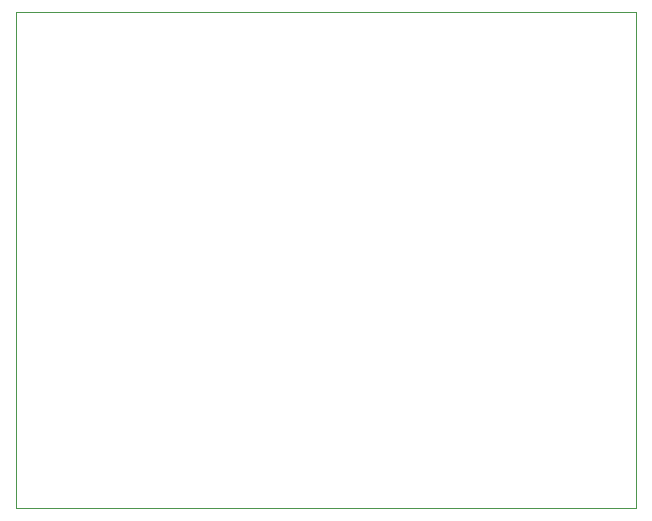
<source format=gm1>
G04 #@! TF.GenerationSoftware,KiCad,Pcbnew,9.0.0*
G04 #@! TF.CreationDate,2025-03-14T09:56:35-04:00*
G04 #@! TF.ProjectId,pico2-test-mule,7069636f-322d-4746-9573-742d6d756c65,v0.2.4*
G04 #@! TF.SameCoordinates,Original*
G04 #@! TF.FileFunction,Profile,NP*
%FSLAX46Y46*%
G04 Gerber Fmt 4.6, Leading zero omitted, Abs format (unit mm)*
G04 Created by KiCad (PCBNEW 9.0.0) date 2025-03-14 09:56:35*
%MOMM*%
%LPD*%
G01*
G04 APERTURE LIST*
G04 #@! TA.AperFunction,Profile*
%ADD10C,0.050000*%
G04 #@! TD*
G04 APERTURE END LIST*
D10*
X0Y0D02*
X52500000Y0D01*
X52500000Y-42000000D01*
X0Y-42000000D01*
X0Y0D01*
M02*

</source>
